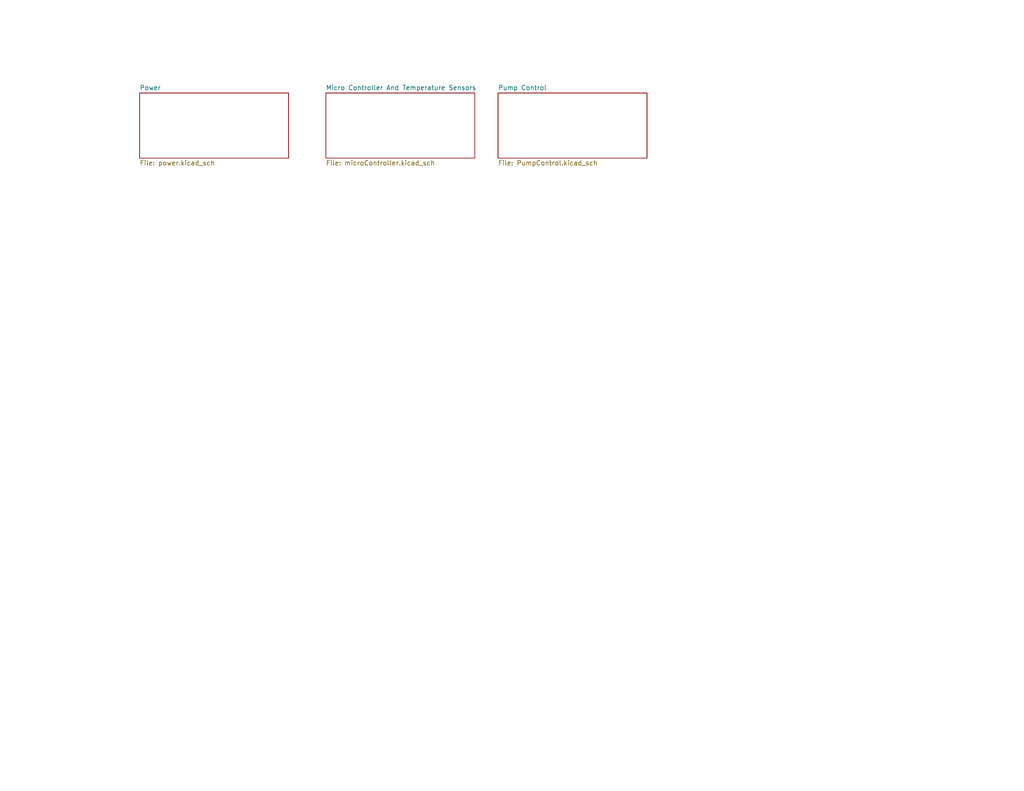
<source format=kicad_sch>
(kicad_sch (version 20211123) (generator eeschema)

  (uuid e63e39d7-6ac0-4ffd-8aa3-1841a4541b55)

  (paper "A")

  (title_block
    (title "Pool Pump Controller")
    (date "3/9/2022")
    (rev "1.0")
    (company "Jedd Electrical and Digital Designs")
  )

  (lib_symbols
  )


  (sheet (at 38.1 25.4) (size 40.64 17.78) (fields_autoplaced)
    (stroke (width 0.1524) (type solid) (color 0 0 0 0))
    (fill (color 0 0 0 0.0000))
    (uuid 5734c599-c465-44c2-80dc-aee5a5f975ea)
    (property "Sheet name" "Power" (id 0) (at 38.1 24.6884 0)
      (effects (font (size 1.27 1.27)) (justify left bottom))
    )
    (property "Sheet file" "power.kicad_sch" (id 1) (at 38.1 43.7646 0)
      (effects (font (size 1.27 1.27)) (justify left top))
    )
  )

  (sheet (at 88.9 25.4) (size 40.64 17.78) (fields_autoplaced)
    (stroke (width 0.1524) (type solid) (color 0 0 0 0))
    (fill (color 0 0 0 0.0000))
    (uuid e419d764-6450-4a19-bbc7-3a8af12017ac)
    (property "Sheet name" "Micro Controller And Temperature Sensors" (id 0) (at 88.9 24.6884 0)
      (effects (font (size 1.27 1.27)) (justify left bottom))
    )
    (property "Sheet file" "microController.kicad_sch" (id 1) (at 88.9 43.7646 0)
      (effects (font (size 1.27 1.27)) (justify left top))
    )
  )

  (sheet (at 135.89 25.4) (size 40.64 17.78) (fields_autoplaced)
    (stroke (width 0.1524) (type solid) (color 0 0 0 0))
    (fill (color 0 0 0 0.0000))
    (uuid f969f80d-ce8a-46ba-8e34-3deb7681417d)
    (property "Sheet name" "Pump Control" (id 0) (at 135.89 24.6884 0)
      (effects (font (size 1.27 1.27)) (justify left bottom))
    )
    (property "Sheet file" "PumpControl.kicad_sch" (id 1) (at 135.89 43.7646 0)
      (effects (font (size 1.27 1.27)) (justify left top))
    )
  )

  (sheet_instances
    (path "/" (page "1"))
    (path "/5734c599-c465-44c2-80dc-aee5a5f975ea" (page "2"))
    (path "/e419d764-6450-4a19-bbc7-3a8af12017ac" (page "3"))
    (path "/f969f80d-ce8a-46ba-8e34-3deb7681417d" (page "4"))
  )

  (symbol_instances
    (path "/5734c599-c465-44c2-80dc-aee5a5f975ea/c5766157-0b12-4a42-9c07-f1b88163b50f"
      (reference "#FLG01") (unit 1) (value "PWR_FLAG") (footprint "")
    )
    (path "/5734c599-c465-44c2-80dc-aee5a5f975ea/924e72f0-dec6-4ec6-95df-70eb9189db9a"
      (reference "#FLG0101") (unit 1) (value "PWR_FLAG") (footprint "")
    )
    (path "/5734c599-c465-44c2-80dc-aee5a5f975ea/661cc4b8-cfd8-40e9-b7e1-824ccf5e4060"
      (reference "#PWR01") (unit 1) (value "+5V") (footprint "")
    )
    (path "/5734c599-c465-44c2-80dc-aee5a5f975ea/4a8cb721-761a-4f8c-8f93-dd4bdc561b55"
      (reference "#PWR02") (unit 1) (value "GNDREF") (footprint "")
    )
    (path "/f969f80d-ce8a-46ba-8e34-3deb7681417d/047fd755-82f5-40e5-b1fb-d11e1e08fcbd"
      (reference "#PWR03") (unit 1) (value "+5V") (footprint "")
    )
    (path "/f969f80d-ce8a-46ba-8e34-3deb7681417d/3ca027e1-4155-4645-a396-8e9cb1f0327e"
      (reference "#PWR04") (unit 1) (value "GNDREF") (footprint "")
    )
    (path "/e419d764-6450-4a19-bbc7-3a8af12017ac/733aa049-aea3-4265-a675-de1322610d71"
      (reference "#PWR05") (unit 1) (value "+3V3") (footprint "")
    )
    (path "/e419d764-6450-4a19-bbc7-3a8af12017ac/6bca35a0-17ed-4947-b091-59e5e21ccae9"
      (reference "#PWR06") (unit 1) (value "+5V") (footprint "")
    )
    (path "/e419d764-6450-4a19-bbc7-3a8af12017ac/6f9c3104-6b0f-4c88-a466-e38b0e04f29a"
      (reference "#PWR07") (unit 1) (value "GNDREF") (footprint "")
    )
    (path "/e419d764-6450-4a19-bbc7-3a8af12017ac/dfee981c-8f76-45a8-aa8e-dcf0438c63c8"
      (reference "#PWR08") (unit 1) (value "+5V") (footprint "")
    )
    (path "/e419d764-6450-4a19-bbc7-3a8af12017ac/6392d49b-cfb7-4f46-9af0-f22b5ef415d0"
      (reference "#PWR09") (unit 1) (value "GNDREF") (footprint "")
    )
    (path "/e419d764-6450-4a19-bbc7-3a8af12017ac/df137d0e-e09a-4cd5-b1fe-fc98ec44b771"
      (reference "#PWR010") (unit 1) (value "+3V3") (footprint "")
    )
    (path "/e419d764-6450-4a19-bbc7-3a8af12017ac/4ee7e1f3-55fb-4a71-aca7-92a4b36d54ce"
      (reference "#PWR011") (unit 1) (value "+5V") (footprint "")
    )
    (path "/e419d764-6450-4a19-bbc7-3a8af12017ac/76b546a7-01dd-4827-87a7-3a7d221a5125"
      (reference "#PWR012") (unit 1) (value "GNDREF") (footprint "")
    )
    (path "/e419d764-6450-4a19-bbc7-3a8af12017ac/9130b93d-f4a9-4789-bad9-4d3b2e5de962"
      (reference "#PWR013") (unit 1) (value "+5V") (footprint "")
    )
    (path "/e419d764-6450-4a19-bbc7-3a8af12017ac/c8771265-386f-45f9-9317-c3a6b2edfdf7"
      (reference "#PWR014") (unit 1) (value "GNDREF") (footprint "")
    )
    (path "/e419d764-6450-4a19-bbc7-3a8af12017ac/3d9d9f18-8d99-487a-beb8-9d9610f7181a"
      (reference "#PWR015") (unit 1) (value "+3V3") (footprint "")
    )
    (path "/e419d764-6450-4a19-bbc7-3a8af12017ac/b35df135-5e67-4f18-81f8-b171531e8e1b"
      (reference "#PWR016") (unit 1) (value "+5V") (footprint "")
    )
    (path "/e419d764-6450-4a19-bbc7-3a8af12017ac/958bfee3-d52c-4ef1-bea7-1ba0bacefb5f"
      (reference "#PWR017") (unit 1) (value "GNDREF") (footprint "")
    )
    (path "/e419d764-6450-4a19-bbc7-3a8af12017ac/6ed53028-31a0-4421-b5c5-8198ad74ea8a"
      (reference "#PWR018") (unit 1) (value "+3V3") (footprint "")
    )
    (path "/e419d764-6450-4a19-bbc7-3a8af12017ac/47dd3083-8eee-4d02-9624-d8b3e2a38694"
      (reference "#PWR019") (unit 1) (value "+3V3") (footprint "")
    )
    (path "/e419d764-6450-4a19-bbc7-3a8af12017ac/efb84545-a0f8-4fb7-af2a-8f3fcd323cec"
      (reference "#PWR020") (unit 1) (value "+3V3") (footprint "")
    )
    (path "/e419d764-6450-4a19-bbc7-3a8af12017ac/cf45058e-4f10-403c-814e-77b00653397f"
      (reference "#PWR021") (unit 1) (value "+3V3") (footprint "")
    )
    (path "/e419d764-6450-4a19-bbc7-3a8af12017ac/3ff880e4-e652-4991-aab6-6f50300bdc49"
      (reference "#PWR022") (unit 1) (value "GNDREF") (footprint "")
    )
    (path "/5734c599-c465-44c2-80dc-aee5a5f975ea/882313fd-e66f-4ada-895f-7acd0056a864"
      (reference "C1") (unit 1) (value "470uF") (footprint "Capacitor_THT:CP_Radial_D6.3mm_P2.50mm")
    )
    (path "/5734c599-c465-44c2-80dc-aee5a5f975ea/615fffef-4b9e-4016-af3c-a79e65ad2286"
      (reference "C2") (unit 1) (value "100uF") (footprint "Capacitor_THT:CP_Radial_D5.0mm_P2.00mm")
    )
    (path "/5734c599-c465-44c2-80dc-aee5a5f975ea/f18d036e-08b3-462f-b073-9782e6cf66e5"
      (reference "C3") (unit 1) (value "0.1uF") (footprint "Capacitor_SMD:C_0603_1608Metric")
    )
    (path "/5734c599-c465-44c2-80dc-aee5a5f975ea/7fd120e2-d4ea-47bf-aae8-d4cebd7db4d8"
      (reference "C4") (unit 1) (value "22uF") (footprint "Capacitor_THT:C_Radial_D12.5mm_H25.0mm_P5.00mm")
    )
    (path "/5734c599-c465-44c2-80dc-aee5a5f975ea/516a3090-1e6e-4aad-a27b-36d93be724a5"
      (reference "C5") (unit 1) (value "1nF") (footprint "Capacitor_THT:C_Disc_D7.0mm_W2.5mm_P5.00mm")
    )
    (path "/f969f80d-ce8a-46ba-8e34-3deb7681417d/0d00bde3-f03a-4fc9-9de2-00d5e40fd93c"
      (reference "C6") (unit 1) (value "47pF") (footprint "Capacitor_SMD:C_0805_2012Metric")
    )
    (path "/f969f80d-ce8a-46ba-8e34-3deb7681417d/d3e8e676-54b1-4375-8083-f89deb628c42"
      (reference "C7") (unit 1) (value "0.01uF") (footprint "Capacitor_SMD:C_1206_3216Metric")
    )
    (path "/e419d764-6450-4a19-bbc7-3a8af12017ac/62aada9f-b8a1-44a7-9d98-a23f86427f61"
      (reference "C8") (unit 1) (value "22uF") (footprint "Capacitor_SMD:C_0805_2012Metric")
    )
    (path "/e419d764-6450-4a19-bbc7-3a8af12017ac/ca19eb56-b476-4768-8732-d2c43f0074a5"
      (reference "C9") (unit 1) (value "0.1uF") (footprint "Capacitor_SMD:C_0603_1608Metric")
    )
    (path "/e419d764-6450-4a19-bbc7-3a8af12017ac/2c5ae86d-d552-4d6c-bdb9-1a1ab82d6416"
      (reference "C10") (unit 1) (value "0.1uF") (footprint "Capacitor_SMD:C_0603_1608Metric")
    )
    (path "/5734c599-c465-44c2-80dc-aee5a5f975ea/71a519f7-3990-4763-8660-ed60f27af976"
      (reference "D1") (unit 1) (value "Zener 7V") (footprint "Diode_SMD:D_SMB")
    )
    (path "/f969f80d-ce8a-46ba-8e34-3deb7681417d/1c669485-f242-466e-847e-b2cbe5b76ebc"
      (reference "D2") (unit 1) (value "SST24B-800CW") (footprint "Package_TO_SOT_THT:TO-220-3_Horizontal_TabUp")
    )
    (path "/5734c599-c465-44c2-80dc-aee5a5f975ea/1c6bd685-e382-4081-a963-cbe7b64aa778"
      (reference "F1") (unit 1) (value "0697W2000-02") (footprint "JEDD-footprints:Fuse_BelFuse_0ZRE0005FF_L8.3mm_W3.8mm")
    )
    (path "/f969f80d-ce8a-46ba-8e34-3deb7681417d/850b8dd6-39e9-45e3-b63f-a75d04b7fb9c"
      (reference "F2") (unit 1) (value "Fuse") (footprint "JEDD-footprints:Fuse_BelFuse_0ZRE0005FF_L8.3mm_W3.8mm")
    )
    (path "/e419d764-6450-4a19-bbc7-3a8af12017ac/88dc08a4-431d-4d86-af4e-29b0a14da65d"
      (reference "F3") (unit 1) (value "PTC 50mA") (footprint "Fuse:Fuse_1206_3216Metric_Pad1.42x1.75mm_HandSolder")
    )
    (path "/e419d764-6450-4a19-bbc7-3a8af12017ac/064c6fd9-310c-4548-aba2-07547236e524"
      (reference "F4") (unit 1) (value "PTC 50mA") (footprint "Fuse:Fuse_1206_3216Metric_Pad1.42x1.75mm_HandSolder")
    )
    (path "/f969f80d-ce8a-46ba-8e34-3deb7681417d/1069f619-03da-4a64-8866-9dff3007f308"
      (reference "J1") (unit 1) (value "PUMP OUTLET") (footprint "")
    )
    (path "/e419d764-6450-4a19-bbc7-3a8af12017ac/f63ee507-473f-4aad-b9df-f181664633e1"
      (reference "J3") (unit 1) (value "WATER TEMPERATURE") (footprint "")
    )
    (path "/e419d764-6450-4a19-bbc7-3a8af12017ac/d1fa419b-7235-4fd2-8793-52eef73f56f0"
      (reference "J4") (unit 1) (value "AMBIENT TEMPERATURE") (footprint "")
    )
    (path "/e419d764-6450-4a19-bbc7-3a8af12017ac/d39d9ad3-6870-48c8-88bf-774d92975ce9"
      (reference "J5") (unit 1) (value "FLOW DETECT") (footprint "JEDD-footprints:RJ12_Adam_Tech_MTJ-662X2")
    )
    (path "/5734c599-c465-44c2-80dc-aee5a5f975ea/1c58c1e8-9342-4a42-a0c4-6892f2aa1ed0"
      (reference "L1") (unit 1) (value "4.7mH") (footprint "Inductor_THT:L_Radial_D8.7mm_P5.00mm_Fastron_07HCP")
    )
    (path "/5734c599-c465-44c2-80dc-aee5a5f975ea/267f1090-e4d5-4ae3-8991-086fa9323fd3"
      (reference "L2") (unit 1) (value "4.7uH") (footprint "Inductor_SMD:L_Taiyo-Yuden_NR-50xx")
    )
    (path "/5734c599-c465-44c2-80dc-aee5a5f975ea/59da1330-222a-4282-9162-8ded17f18a91"
      (reference "MOV1") (unit 1) (value "S14K350") (footprint "Varistor:RV_Disc_D15.5mm_W4.9mm_P7.5mm")
    )
    (path "/f969f80d-ce8a-46ba-8e34-3deb7681417d/b3db51ba-9932-4557-8866-1030580a859e"
      (reference "MOV2") (unit 1) (value "S14K350") (footprint "Varistor:RV_Disc_D15.5mm_W4.9mm_P7.5mm")
    )
    (path "/f969f80d-ce8a-46ba-8e34-3deb7681417d/e7d1b680-c12a-40f0-bc79-598b54d28aab"
      (reference "NT1") (unit 1) (value "NetTie_2") (footprint "NetTie:NetTie-2_SMD_Pad0.5mm")
    )
    (path "/f969f80d-ce8a-46ba-8e34-3deb7681417d/2fed9a86-4d21-43ae-815a-14a31209351b"
      (reference "NT2") (unit 1) (value "NetTie_2") (footprint "NetTie:NetTie-2_SMD_Pad0.5mm")
    )
    (path "/f969f80d-ce8a-46ba-8e34-3deb7681417d/5914ea5e-718f-4768-818a-95379a972217"
      (reference "NT3") (unit 1) (value "NetTie_2") (footprint "NetTie:NetTie-2_SMD_Pad0.5mm")
    )
    (path "/f969f80d-ce8a-46ba-8e34-3deb7681417d/70030c25-cc45-4393-ab98-b2638fd34a85"
      (reference "Q1") (unit 1) (value "2N7002") (footprint "Package_TO_SOT_SMD:SOT-23")
    )
    (path "/e419d764-6450-4a19-bbc7-3a8af12017ac/360167d6-8d4b-4363-a3e0-a9afebb527ba"
      (reference "Q2") (unit 1) (value "2N7002") (footprint "Package_TO_SOT_SMD:SOT-23")
    )
    (path "/e419d764-6450-4a19-bbc7-3a8af12017ac/8c08aad7-a1cb-4a5b-a5f9-15fc038ce535"
      (reference "Q3") (unit 1) (value "2N7002") (footprint "Package_TO_SOT_SMD:SOT-23")
    )
    (path "/e419d764-6450-4a19-bbc7-3a8af12017ac/8286483d-31a4-4111-a21d-5749b690161a"
      (reference "Q4") (unit 1) (value "2N7002") (footprint "Package_TO_SOT_SMD:SOT-23")
    )
    (path "/e419d764-6450-4a19-bbc7-3a8af12017ac/cb047d5b-8327-43c8-a90e-5dda3dd37e5d"
      (reference "Q5") (unit 1) (value "2N7002") (footprint "Package_TO_SOT_SMD:SOT-23")
    )
    (path "/5734c599-c465-44c2-80dc-aee5a5f975ea/dd148bfe-fee0-4fdf-b454-1f6b77919553"
      (reference "R1") (unit 1) (value "8.2") (footprint "Resistor_THT:R_Axial_DIN0516_L15.5mm_D5.0mm_P20.32mm_Horizontal")
    )
    (path "/f969f80d-ce8a-46ba-8e34-3deb7681417d/c29ab617-f1cf-4d01-b813-933a39e37be3"
      (reference "R2") (unit 1) (value "360") (footprint "Resistor_THT:R_Axial_DIN0411_L9.9mm_D3.6mm_P7.62mm_Vertical")
    )
    (path "/f969f80d-ce8a-46ba-8e34-3deb7681417d/d5b08982-1abe-40c9-a04c-d001636002ac"
      (reference "R3") (unit 1) (value "470") (footprint "Resistor_THT:R_Axial_DIN0411_L9.9mm_D3.6mm_P7.62mm_Vertical")
    )
    (path "/f969f80d-ce8a-46ba-8e34-3deb7681417d/7521d602-7712-4bec-9303-1e9a373e171c"
      (reference "R4") (unit 1) (value "39") (footprint "Resistor_THT:R_Axial_DIN0414_L11.9mm_D4.5mm_P7.62mm_Vertical")
    )
    (path "/f969f80d-ce8a-46ba-8e34-3deb7681417d/bd3b2559-9848-4d4a-bbf1-ad7493778731"
      (reference "R5") (unit 1) (value "120") (footprint "Resistor_SMD:R_0603_1608Metric")
    )
    (path "/e419d764-6450-4a19-bbc7-3a8af12017ac/7c470fbc-724f-4330-a524-e2fc52012fab"
      (reference "R6") (unit 1) (value "10k") (footprint "Resistor_SMD:R_0603_1608Metric")
    )
    (path "/e419d764-6450-4a19-bbc7-3a8af12017ac/c5ada2c6-fc62-4a1d-8674-e7fdcd032226"
      (reference "R7") (unit 1) (value "10k") (footprint "Resistor_SMD:R_0603_1608Metric")
    )
    (path "/e419d764-6450-4a19-bbc7-3a8af12017ac/880c288a-9b60-4125-810d-e3fbb4f7c96b"
      (reference "R8") (unit 1) (value "47") (footprint "Resistor_SMD:R_1206_3216Metric")
    )
    (path "/e419d764-6450-4a19-bbc7-3a8af12017ac/48d767e5-7625-465b-b945-00a5da9e4d62"
      (reference "R9") (unit 1) (value "10k") (footprint "Resistor_SMD:R_0603_1608Metric")
    )
    (path "/e419d764-6450-4a19-bbc7-3a8af12017ac/e9f648e5-62ce-4943-96ef-d4592d867013"
      (reference "R10") (unit 1) (value "10k") (footprint "Resistor_SMD:R_0603_1608Metric")
    )
    (path "/e419d764-6450-4a19-bbc7-3a8af12017ac/00774d63-b1f0-49b5-99e7-850671f5761a"
      (reference "R11") (unit 1) (value "10k") (footprint "Resistor_SMD:R_0603_1608Metric")
    )
    (path "/e419d764-6450-4a19-bbc7-3a8af12017ac/b7c56291-8a46-4ad0-bd36-734b1dcac853"
      (reference "R12") (unit 1) (value "10k") (footprint "Resistor_SMD:R_0603_1608Metric")
    )
    (path "/e419d764-6450-4a19-bbc7-3a8af12017ac/c1c79402-8aec-4c39-abf4-8792b5f9e1e8"
      (reference "R13") (unit 1) (value "10k") (footprint "Resistor_SMD:R_0603_1608Metric")
    )
    (path "/e419d764-6450-4a19-bbc7-3a8af12017ac/f47fd80d-315b-4f1d-aaef-3159aa1d3d85"
      (reference "R15") (unit 1) (value "47") (footprint "Resistor_SMD:R_1206_3216Metric")
    )
    (path "/e419d764-6450-4a19-bbc7-3a8af12017ac/71432130-a8ed-4213-a2c9-ba8980e03401"
      (reference "R16") (unit 1) (value "4.7k") (footprint "Resistor_SMD:R_0603_1608Metric")
    )
    (path "/f969f80d-ce8a-46ba-8e34-3deb7681417d/980089cf-9f41-433b-8187-7108fbf8399d"
      (reference "S1") (unit 1) (value "LOAD LINE") (footprint "TestPoint:TestPoint_Plated_Hole_D3.0mm")
    )
    (path "/f969f80d-ce8a-46ba-8e34-3deb7681417d/db0ff187-4007-4795-acc6-7fe02cc06022"
      (reference "S2") (unit 1) (value "INPUT LINE") (footprint "TestPoint:TestPoint_Plated_Hole_D3.0mm")
    )
    (path "/f969f80d-ce8a-46ba-8e34-3deb7681417d/32281eb8-e0dc-49cc-8cce-ac16e2ab6c2a"
      (reference "S3") (unit 1) (value "LOAD NEUT") (footprint "TestPoint:TestPoint_Plated_Hole_D3.0mm")
    )
    (path "/f969f80d-ce8a-46ba-8e34-3deb7681417d/0e69b6c1-d48e-45e4-9d03-50ccf452125c"
      (reference "S4") (unit 1) (value "INPUT NEUT") (footprint "TestPoint:TestPoint_Plated_Hole_D3.0mm")
    )
    (path "/5734c599-c465-44c2-80dc-aee5a5f975ea/c0fe23ca-0af3-4628-a01e-d38fc3657580"
      (reference "U1") (unit 1) (value "LS05-13B05R3") (footprint "JEDD-footprints:CONV_LS05-13B05R3")
    )
    (path "/e419d764-6450-4a19-bbc7-3a8af12017ac/8404c8ed-cd6d-4798-af57-69617132819b"
      (reference "U2") (unit 1) (value "DOIT_ESP32_DEVKIT1_LUA_NODE32") (footprint "JEDD-footprints:DOIT_ESP32_DEVKIT1_LUA_NODE32")
    )
    (path "/f969f80d-ce8a-46ba-8e34-3deb7681417d/e5ca1dc5-858e-4a7f-a139-32454a87a925"
      (reference "U3") (unit 1) (value "MOC3021S") (footprint "Package_DIP:SMDIP-6_W9.53mm")
    )
  )
)

</source>
